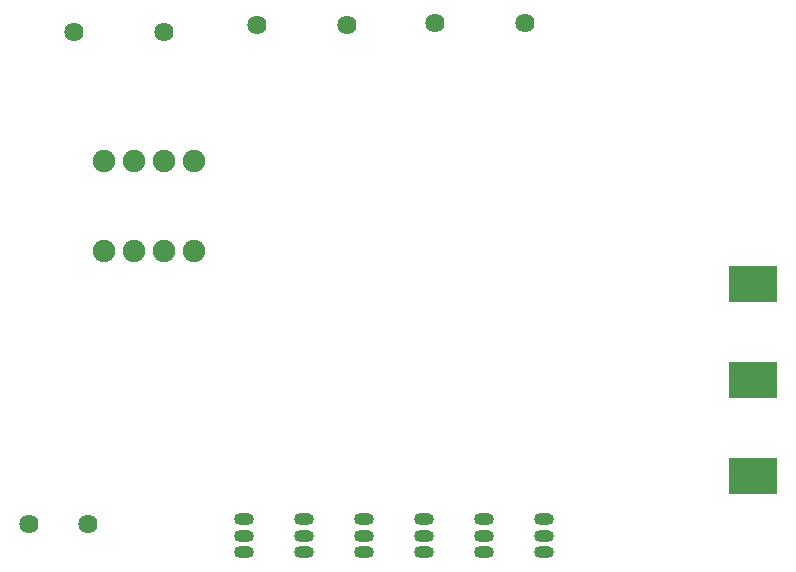
<source format=gbs>
G04 Layer: BottomSolderMaskLayer*
G04 EasyEDA v6.5.48, 2025-01-21 17:41:51*
G04 c25b6b3bb0ea45fba8c4304eea8249b9,6739810af5ca4796b4382bb4120ee57b,10*
G04 Gerber Generator version 0.2*
G04 Scale: 100 percent, Rotated: No, Reflected: No *
G04 Dimensions in millimeters *
G04 leading zeros omitted , absolute positions ,4 integer and 5 decimal *
%FSLAX45Y45*%
%MOMM*%

%AMMACRO1*4,1,8,-2.0211,-1.5508,-2.0508,-1.5208,-2.0508,1.5211,-2.0211,1.5508,2.0208,1.5508,2.0508,1.5211,2.0508,-1.5208,2.0208,-1.5508,-2.0211,-1.5508,0*%
%ADD10C,1.6256*%
%ADD11O,1.6999966X0.9999979999999999*%
%ADD12MACRO1*%
%ADD13C,1.9016*%

%LPD*%
D10*
G01*
X1002995Y1107186D03*
G01*
X1502994Y1107186D03*
G01*
X4445000Y5346700D03*
G01*
X5207000Y5346700D03*
G01*
X2933700Y5334000D03*
G01*
X3695700Y5334000D03*
G01*
X1384300Y5270500D03*
G01*
X2146300Y5270500D03*
D11*
G01*
X2823387Y865886D03*
G01*
X2823387Y1005586D03*
G01*
X2823387Y1145286D03*
G01*
X3839387Y865886D03*
G01*
X3839387Y1005586D03*
G01*
X3839387Y1145286D03*
G01*
X4347387Y865886D03*
G01*
X4347387Y1005586D03*
G01*
X4347387Y1145286D03*
G01*
X4855387Y865886D03*
G01*
X4855387Y1005586D03*
G01*
X4855387Y1145286D03*
G01*
X5363387Y865886D03*
G01*
X5363387Y1005586D03*
G01*
X5363387Y1145286D03*
G01*
X3331387Y865886D03*
G01*
X3331387Y1005586D03*
G01*
X3331387Y1145286D03*
D12*
G01*
X7137400Y1511287D03*
G01*
X7137400Y2324087D03*
G01*
X7137400Y3136887D03*
D13*
G01*
X2400300Y4178300D03*
G01*
X2146300Y4178300D03*
G01*
X2146300Y3416300D03*
G01*
X2400300Y3416300D03*
G01*
X1892300Y4178300D03*
G01*
X1638300Y4178300D03*
G01*
X1892300Y3416300D03*
G01*
X1638300Y3416300D03*
M02*

</source>
